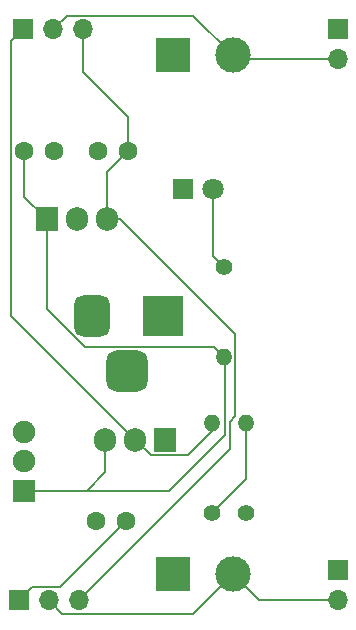
<source format=gbr>
%TF.GenerationSoftware,KiCad,Pcbnew,8.0.1-8.0.1-1~ubuntu22.04.1*%
%TF.CreationDate,2024-03-25T00:01:56-03:00*%
%TF.ProjectId,breadboard_power_supply,62726561-6462-46f6-9172-645f706f7765,rev?*%
%TF.SameCoordinates,Original*%
%TF.FileFunction,Copper,L1,Top*%
%TF.FilePolarity,Positive*%
%FSLAX46Y46*%
G04 Gerber Fmt 4.6, Leading zero omitted, Abs format (unit mm)*
G04 Created by KiCad (PCBNEW 8.0.1-8.0.1-1~ubuntu22.04.1) date 2024-03-25 00:01:56*
%MOMM*%
%LPD*%
G01*
G04 APERTURE LIST*
G04 Aperture macros list*
%AMRoundRect*
0 Rectangle with rounded corners*
0 $1 Rounding radius*
0 $2 $3 $4 $5 $6 $7 $8 $9 X,Y pos of 4 corners*
0 Add a 4 corners polygon primitive as box body*
4,1,4,$2,$3,$4,$5,$6,$7,$8,$9,$2,$3,0*
0 Add four circle primitives for the rounded corners*
1,1,$1+$1,$2,$3*
1,1,$1+$1,$4,$5*
1,1,$1+$1,$6,$7*
1,1,$1+$1,$8,$9*
0 Add four rect primitives between the rounded corners*
20,1,$1+$1,$2,$3,$4,$5,0*
20,1,$1+$1,$4,$5,$6,$7,0*
20,1,$1+$1,$6,$7,$8,$9,0*
20,1,$1+$1,$8,$9,$2,$3,0*%
G04 Aperture macros list end*
%TA.AperFunction,ComponentPad*%
%ADD10R,1.905000X2.000000*%
%TD*%
%TA.AperFunction,ComponentPad*%
%ADD11O,1.905000X2.000000*%
%TD*%
%TA.AperFunction,ComponentPad*%
%ADD12R,1.900000X1.900000*%
%TD*%
%TA.AperFunction,ComponentPad*%
%ADD13C,1.900000*%
%TD*%
%TA.AperFunction,ComponentPad*%
%ADD14R,3.000000X3.000000*%
%TD*%
%TA.AperFunction,ComponentPad*%
%ADD15C,3.000000*%
%TD*%
%TA.AperFunction,ComponentPad*%
%ADD16C,1.600000*%
%TD*%
%TA.AperFunction,ComponentPad*%
%ADD17R,1.700000X1.700000*%
%TD*%
%TA.AperFunction,ComponentPad*%
%ADD18O,1.700000X1.700000*%
%TD*%
%TA.AperFunction,ComponentPad*%
%ADD19R,3.500000X3.500000*%
%TD*%
%TA.AperFunction,ComponentPad*%
%ADD20RoundRect,0.750000X-0.750000X-1.000000X0.750000X-1.000000X0.750000X1.000000X-0.750000X1.000000X0*%
%TD*%
%TA.AperFunction,ComponentPad*%
%ADD21RoundRect,0.875000X-0.875000X-0.875000X0.875000X-0.875000X0.875000X0.875000X-0.875000X0.875000X0*%
%TD*%
%TA.AperFunction,ComponentPad*%
%ADD22C,1.400000*%
%TD*%
%TA.AperFunction,ComponentPad*%
%ADD23O,1.400000X1.400000*%
%TD*%
%TA.AperFunction,ComponentPad*%
%ADD24R,1.800000X1.800000*%
%TD*%
%TA.AperFunction,ComponentPad*%
%ADD25C,1.800000*%
%TD*%
%TA.AperFunction,Conductor*%
%ADD26C,0.200000*%
%TD*%
G04 APERTURE END LIST*
D10*
%TO.P,U3,1,VI*%
%TO.N,/12v*%
X104648000Y-98348800D03*
D11*
%TO.P,U3,2,GND*%
%TO.N,GND*%
X107188000Y-98348800D03*
%TO.P,U3,3,VO*%
%TO.N,/5v*%
X109728000Y-98348800D03*
%TD*%
D12*
%TO.P,S1,1*%
%TO.N,/12v*%
X102717600Y-121361200D03*
D13*
%TO.P,S1,2*%
%TO.N,/PWR_IN*%
X102717600Y-118861200D03*
%TO.P,S1,3*%
%TO.N,unconnected-(S1-Pad3)*%
X102717600Y-116361200D03*
%TD*%
D14*
%TO.P,J5,1,Pin_1*%
%TO.N,GND*%
X115316000Y-128416800D03*
D15*
%TO.P,J5,2,Pin_2*%
%TO.N,/PWR_OUT_BOT*%
X120396000Y-128416800D03*
%TD*%
D16*
%TO.P,C3,1*%
%TO.N,/3v3*%
X111353600Y-123901200D03*
%TO.P,C3,2*%
%TO.N,GND*%
X108853600Y-123901200D03*
%TD*%
D17*
%TO.P,J4,1,Pin_1*%
%TO.N,/3v3*%
X102681800Y-82291000D03*
D18*
%TO.P,J4,2,Pin_2*%
%TO.N,/PWR_OUT_TOP*%
X105221800Y-82291000D03*
%TO.P,J4,3,Pin_3*%
%TO.N,/5v*%
X107761800Y-82291000D03*
%TD*%
D14*
%TO.P,J7,1,Pin_1*%
%TO.N,GND*%
X115316000Y-84491000D03*
D15*
%TO.P,J7,2,Pin_2*%
%TO.N,/PWR_OUT_TOP*%
X120396000Y-84491000D03*
%TD*%
D17*
%TO.P,J1,1,Pin_1*%
%TO.N,GND*%
X129286000Y-128066800D03*
D18*
%TO.P,J1,2,Pin_2*%
%TO.N,/PWR_OUT_BOT*%
X129286000Y-130606800D03*
%TD*%
D10*
%TO.P,U2,1,ADJ*%
%TO.N,Net-(U2-ADJ)*%
X114706400Y-117012600D03*
D11*
%TO.P,U2,2,VO*%
%TO.N,/3v3*%
X112166400Y-117012600D03*
%TO.P,U2,3,VI*%
%TO.N,/12v*%
X109626400Y-117012600D03*
%TD*%
D16*
%TO.P,C2,1*%
%TO.N,/5v*%
X111506000Y-92608400D03*
%TO.P,C2,2*%
%TO.N,GND*%
X109006000Y-92608400D03*
%TD*%
D17*
%TO.P,J3,1,Pin_1*%
%TO.N,/3v3*%
X102267600Y-130616800D03*
D18*
%TO.P,J3,2,Pin_2*%
%TO.N,/PWR_OUT_BOT*%
X104807600Y-130616800D03*
%TO.P,J3,3,Pin_3*%
%TO.N,/5v*%
X107347600Y-130616800D03*
%TD*%
D19*
%TO.P,J6,1*%
%TO.N,/PWR_IN*%
X114467600Y-106535300D03*
D20*
%TO.P,J6,2*%
%TO.N,GND*%
X108467600Y-106535300D03*
D21*
%TO.P,J6,3*%
X111467600Y-111235300D03*
%TD*%
D17*
%TO.P,J2,1,Pin_1*%
%TO.N,GND*%
X129286000Y-82291000D03*
D18*
%TO.P,J2,2,Pin_2*%
%TO.N,/PWR_OUT_TOP*%
X129286000Y-84831000D03*
%TD*%
D22*
%TO.P,R3,1*%
%TO.N,GND*%
X121513600Y-123190000D03*
D23*
%TO.P,R3,2*%
%TO.N,Net-(U2-ADJ)*%
X121513600Y-115570000D03*
%TD*%
D22*
%TO.P,R1,1*%
%TO.N,Net-(D1-A)*%
X119634000Y-102362000D03*
D23*
%TO.P,R1,2*%
%TO.N,/12v*%
X119634000Y-109982000D03*
%TD*%
D24*
%TO.P,D1,1,K*%
%TO.N,GND*%
X116230400Y-95758000D03*
D25*
%TO.P,D1,2,A*%
%TO.N,Net-(D1-A)*%
X118770400Y-95758000D03*
%TD*%
D22*
%TO.P,R2,1*%
%TO.N,Net-(U2-ADJ)*%
X118668800Y-123190000D03*
D23*
%TO.P,R2,2*%
%TO.N,/3v3*%
X118668800Y-115570000D03*
%TD*%
D16*
%TO.P,C1,1*%
%TO.N,/12v*%
X102768400Y-92608400D03*
%TO.P,C1,2*%
%TO.N,GND*%
X105268400Y-92608400D03*
%TD*%
D26*
%TO.N,/12v*%
X119634000Y-109982000D02*
X119735600Y-110083600D01*
X102768400Y-92608400D02*
X102768400Y-96469200D01*
X108051600Y-121361200D02*
X102717600Y-121361200D01*
X109626400Y-117012600D02*
X109626400Y-119786400D01*
X119735600Y-110083600D02*
X119735600Y-116617014D01*
X118837300Y-109185300D02*
X119634000Y-109982000D01*
X109626400Y-119786400D02*
X108051600Y-121361200D01*
X104648000Y-105950626D02*
X107882674Y-109185300D01*
X102768400Y-96469200D02*
X104648000Y-98348800D01*
X119735600Y-116617014D02*
X114991414Y-121361200D01*
X107882674Y-109185300D02*
X118837300Y-109185300D01*
X104648000Y-98348800D02*
X104648000Y-105950626D01*
X114991414Y-121361200D02*
X108051600Y-121361200D01*
%TO.N,/5v*%
X120634000Y-108102300D02*
X120634000Y-115020800D01*
X110880500Y-98348800D02*
X120634000Y-108102300D01*
X111506000Y-89662000D02*
X111506000Y-92608400D01*
X120634000Y-115020800D02*
X120135600Y-115519200D01*
X107761800Y-82291000D02*
X107761800Y-85917800D01*
X120135600Y-117828800D02*
X107347600Y-130616800D01*
X120135600Y-115519200D02*
X120135600Y-117828800D01*
X107761800Y-85917800D02*
X111506000Y-89662000D01*
X109728000Y-98348800D02*
X109728000Y-94386400D01*
X109728000Y-98348800D02*
X110880500Y-98348800D01*
X109728000Y-94386400D02*
X111506000Y-92608400D01*
%TO.N,/3v3*%
X113466400Y-118312600D02*
X116625800Y-118312600D01*
X101668400Y-106514600D02*
X112166400Y-117012600D01*
X103417600Y-129466800D02*
X102267600Y-130616800D01*
X105788000Y-129466800D02*
X103417600Y-129466800D01*
X101668400Y-83304400D02*
X101668400Y-106514600D01*
X111353600Y-123901200D02*
X105788000Y-129466800D01*
X118668800Y-116269600D02*
X118668800Y-115570000D01*
X102681800Y-82291000D02*
X101668400Y-83304400D01*
X116625800Y-118312600D02*
X118668800Y-116269600D01*
X112166400Y-117012600D02*
X113466400Y-118312600D01*
%TO.N,Net-(D1-A)*%
X118770400Y-101498400D02*
X119634000Y-102362000D01*
X118770400Y-95758000D02*
X118770400Y-101498400D01*
%TO.N,/PWR_OUT_TOP*%
X105221800Y-82291000D02*
X106371800Y-81141000D01*
%TO.N,/PWR_OUT_BOT*%
X122586000Y-130606800D02*
X129286000Y-130606800D01*
%TO.N,/PWR_OUT_TOP*%
X117046000Y-81141000D02*
X120396000Y-84491000D01*
X120736000Y-84831000D02*
X120396000Y-84491000D01*
%TO.N,/PWR_OUT_BOT*%
X117046000Y-131766800D02*
X105957600Y-131766800D01*
%TO.N,/PWR_OUT_TOP*%
X106371800Y-81141000D02*
X117046000Y-81141000D01*
%TO.N,/PWR_OUT_BOT*%
X105957600Y-131766800D02*
X104807600Y-130616800D01*
X120396000Y-128416800D02*
X122586000Y-130606800D01*
X120396000Y-128416800D02*
X117046000Y-131766800D01*
%TO.N,/PWR_OUT_TOP*%
X129286000Y-84831000D02*
X120736000Y-84831000D01*
%TO.N,Net-(U2-ADJ)*%
X121513600Y-120345200D02*
X118668800Y-123190000D01*
X114706400Y-117012600D02*
X114706400Y-116890800D01*
X121513600Y-115570000D02*
X121513600Y-120345200D01*
%TD*%
M02*

</source>
